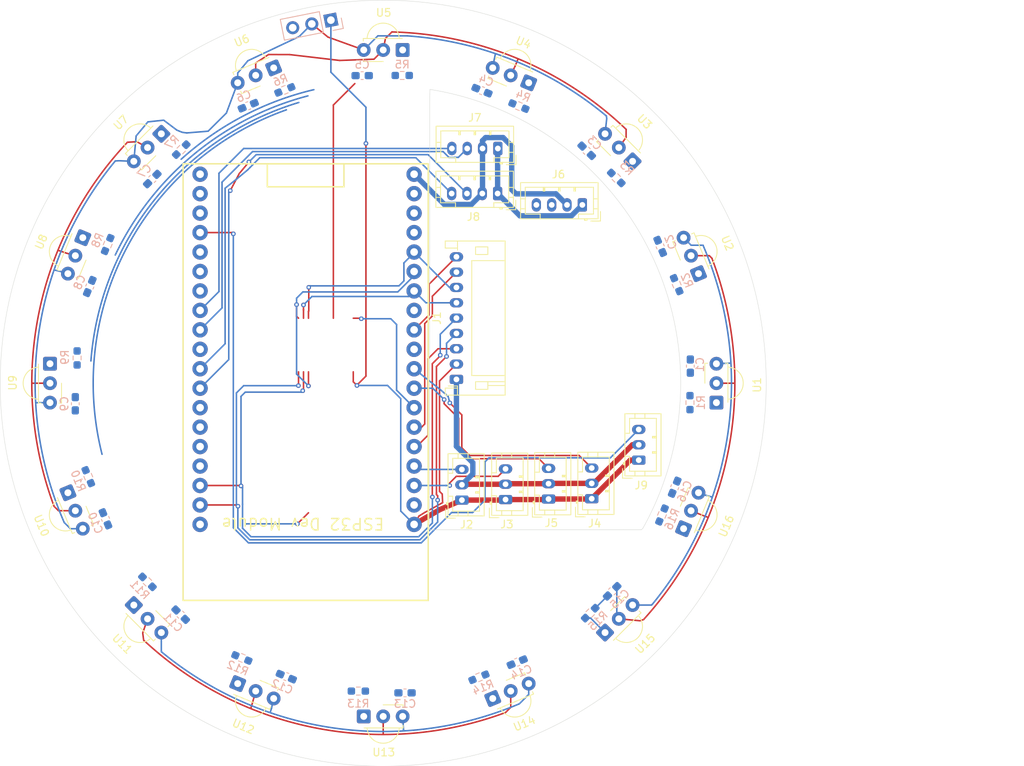
<source format=kicad_pcb>
(kicad_pcb (version 20241229) (generator "pcbnew") (generator_version "9.0")
  (layers (0 "F.Cu" signal) (2 "B.Cu" signal) (13 "F.Paste" user) (15 "B.Paste" user) (5 "F.SilkS" user "F.Silkscreen") (7 "B.SilkS" user "B.Silkscreen") (1 "F.Mask" user) (3 "B.Mask" user) (25 "Edge.Cuts" user))
  (net 0 "")
  (net 1 "GND")
  (net 2 "Net-(U18-I4)")
  (net 3 "Net-(U18-I7)")
  (net 4 "Net-(U18-I6)")
  (net 5 "Net-(U18-I5)")
  (net 6 "Net-(U18-I3)")
  (net 7 "Net-(U18-I2)")
  (net 8 "Net-(U18-I1)")
  (net 9 "Net-(U18-I0)")
  (net 10 "Net-(U18-I8)")
  (net 11 "Net-(U18-I15)")
  (net 12 "Net-(U18-I14)")
  (net 13 "Net-(U18-I13)")
  (net 14 "Net-(U18-I12)")
  (net 15 "Net-(U18-I11)")
  (net 16 "3v3")
  (net 17 "LED_IO")
  (net 18 "MUX_COM1")
  (net 19 "MUX_COM2")
  (net 20 "Net-(U1-OUT)")
  (net 21 "Net-(U2-OUT)")
  (net 22 "Net-(U3-OUT)")
  (net 23 "Net-(U4-OUT)")
  (net 24 "Net-(U5-OUT)")
  (net 25 "Net-(U6-OUT)")
  (net 26 "Net-(U7-OUT)")
  (net 27 "Net-(U8-OUT)")
  (net 28 "Net-(U9-OUT)")
  (net 29 "Net-(U10-OUT)")
  (net 30 "Net-(U11-OUT)")
  (net 31 "Net-(U12-OUT)")
  (net 32 "Net-(U13-OUT)")
  (net 33 "Net-(U14-OUT)")
  (net 34 "Net-(U15-OUT)")
  (net 35 "Net-(U16-OUT)")
  (net 36 "VCC")
  (net 38 "TX")
  (net 39 "RX")
  (net 40 "TX2(16)")
  (net 41 "Net-(U18-I10)")
  (net 42 "S0")
  (net 43 "Net-(U18-I9)")
  (net 44 "S2")
  (net 45 "IR_COM")
  (net 46 "S1")
  (net 47 "S3")
  (net 48 "RX2(17)")
  (net 49 "RX1(19)")
  (net 57 "TX1(18)")
  (net 59 "side_front")
  (net 61 "side_back")
  (net 62 "side_right")
  (net 67 "Net-(SW1A-B)")
  (net 68 "side_left")
  (net 69 "ball_sensor")
  (footprint "ESP32_devModule:TSSP_EDITED" (layer "F.Cu") (at 100 143.5)
    (property "Reference" "U13")
    (property "Value" "TSSP58038" (hide yes))
  )
  (footprint "MountingHole:MountingHole_3.2mm_M3" (layer "F.Cu") (at 137.208265 75.138232)
    (property "Reference" "H1" (hide yes))
    (property "Value" "MountingHole" (hide yes))
  )
  (footprint "ESP32_devModule:TSSP_EDITED" (layer "F.Cu") (at 100 56.5 180)
    (property "Reference" "U5")
    (property "Value" "TSSP58038" (hide yes))
  )
  (footprint "ESP32_devModule:TSSP_EDITED" (layer "F.Cu") (at 140.18876 116.646729 67.5)
    (property "Reference" "U16")
    (property "Value" "TSSP58038" (hide yes))
  )
  (footprint "ESP32_devModule:TSSP_EDITED" (layer "F.Cu") (at 59.81124 116.646729 -67.5)
    (property "Reference" "U10")
    (property "Value" "TSSP58038" (hide yes))
  )
  (footprint "Connector_JST:JST_PH_B4B-PH-K_1x04_P2.00mm_Vertical" (layer "F.Cu") (at 114.938 75.24 180)
    (property "Reference" "J8")
    (property "Value" "Conn_01x04_Socket" (hide yes))
  )
  (footprint "ESP32_devModule:TSSP_EDITED" (layer "F.Cu") (at 83.353271 140.18876 -22.5)
    (property "Reference" "U12")
    (property "Value" "TSSP58038" (hide yes))
  )
  (footprint "ESP32_devModule:TSSP_EDITED" (layer "F.Cu") (at 143.5 100 90)
    (property "Reference" "U1")
    (property "Value" "TSSP58038" (hide yes))
  )
  (footprint "ESP32_devModule:TSSP_EDITED" (layer "F.Cu") (at 83.353271 59.81124 -157.5)
    (property "Reference" "U6")
    (property "Value" "TSSP58038" (hide yes))
  )
  (footprint "Connector_JST:JST_PH_B3B-PH-K_1x03_P2.00mm_Vertical" (layer "F.Cu") (at 133.362 110.042 90)
    (property "Reference" "J9")
    (property "Value" "Conn_01x03_Socket" (hide yes))
  )
  (footprint "Connector_JST:JST_PH_B3B-PH-K_1x03_P2.00mm_Vertical" (layer "F.Cu") (at 110.275 115.259 90)
    (property "Reference" "J3")
    (property "Value" "Conn_01x03_Socket" (hide yes))
  )
  (footprint "MountingHole:MountingHole_3.2mm_M3" (layer "F.Cu") (at 124.861768 137.208265)
    (property "Reference" "H2" (hide yes))
    (property "Value" "MountingHole" (hide yes))
  )
  (footprint "ESP32_devModule:ESP32_devModule" (layer "F.Cu") (at 89.796 95.577001 180)
    (property "Reference" "U17" (hide yes))
    (property "Value" "~" (hide yes))
  )
  (footprint "Connector_JST:JST_PH_S9B-PH-K_1x09_P2.00mm_Horizontal" (layer "F.Cu") (at 109.561 99.503 90)
    (property "Reference" "J1")
    (property "Value" "Conn_01x09_Socket" (hide yes))
  )
  (footprint "Connector_JST:JST_PH_B3B-PH-K_1x03_P2.00mm_Vertical" (layer "F.Cu") (at 115.972 115.192 90)
    (property "Reference" "J2")
    (property "Value" "Conn_01x03_Socket" (hide yes))
  )
  (footprint "Connector_JST:JST_PH_B4B-PH-K_1x04_P2.00mm_Vertical" (layer "F.Cu") (at 125.998 76.725 180)
    (property "Reference" "J6")
    (property "Value" "Conn_01x04_Socket" (hide yes))
  )
  (footprint "ESP32_devModule:TSSP_EDITED" (layer "F.Cu") (at 130.759145 69.240855 135)
    (property "Reference" "U3")
    (property "Value" "TSSP58038" (hide yes))
  )
  (footprint "Connector_JST:JST_PH_B3B-PH-K_1x03_P2.00mm_Vertical" (layer "F.Cu") (at 121.587 115.122 90)
    (property "Reference" "J5")
    (property "Value" "Conn_01x03_Socket" (hide yes))
  )
  (footprint "ESP32_devModule:TSSP_EDITED" (layer "F.Cu") (at 56.5 100 -90)
    (property "Reference" "U9")
    (property "Value" "TSSP58038" (hide yes))
  )
  (footprint "ESP32_devModule:TSSP_EDITED" (layer "F.Cu") (at 69.240855 130.759145 -45)
    (property "Reference" "U11")
    (property "Value" "TSSP58038" (hide yes))
  )
  (footprint "ESP32_devModule:TSSP_EDITED" (layer "F.Cu") (at 116.646729 140.18876 22.5)
    (property "Reference" "U14")
    (property "Value" "TSSP58038" (hide yes))
  )
  (footprint "Connector_JST:JST_PH_B4B-PH-K_1x04_P2.00mm_Vertical" (layer "F.Cu") (at 114.967 69.361 180)
    (property "Reference" "J7")
    (property "Value" "Conn_01x04_Socket" (hide yes))
  )
  (footprint "ESP32_devModule:TSSP_EDITED" (layer "F.Cu") (at 116.646729 59.81124 157.5)
    (property "Reference" "U4")
    (property "Value" "TSSP58038" (hide yes))
  )
  (footprint "MountingHole:MountingHole_3.2mm_M3" (layer "F.Cu") (at 75.138232 62.791735)
    (property "Reference" "H4" (hide yes))
    (property "Value" "MountingHole" (hide yes))
  )
  (footprint "ESP32_devModule:TSSP_EDITED" (layer "F.Cu") (at 69.240855 69.240855 -135)
    (property "Reference" "U7")
    (property "Value" "TSSP58038" (hide yes))
  )
  (footprint "MountingHole:MountingHole_3.2mm_M3" (layer "F.Cu") (at 62.791735 124.861768)
    (property "Reference" "H3" (hide yes))
    (property "Value" "MountingHole" (hide yes))
  )
  (footprint "ESP32_devModule:TSSP_EDITED" (layer "F.Cu") (at 130.759145 130.759145 45)
    (property "Reference" "U15")
    (property "Value" "TSSP58038" (hide yes))
  )
  (footprint "ESP32_devModule:TSSP_EDITED" (layer "F.Cu") (at 59.81124 83.353271 -112.5)
    (property "Reference" "U8")
    (property "Value" "TSSP58038" (hide yes))
  )
  (footprint "Connector_JST:JST_PH_B3B-PH-K_1x03_P2.00mm_Vertical" (layer "F.Cu") (at 127.221 115.078 90)
    (property "Reference" "J4")
    (property "Value" "Conn_01x03_Socket" (hide yes))
  )
  (footprint "ESP32_devModule:TSSP_EDITED" (layer "F.Cu") (at 140.18876 83.353271 112.5)
    (property "Reference" "U2")
    (property "Value" "TSSP58038" (hide yes))
  )
  (footprint "Resistor_SMD:R_0603_1608Metric_Pad0.98x0.95mm_HandSolder" (layer "B.Cu") (at 73.633235 69.506765 -135)
    (property "Reference" "R7")
    (property "Value" "R" (hide yes))
  )
  (footprint "Resistor_SMD:R_0603_1608Metric_Pad0.98x0.95mm_HandSolder" (layer "B.Cu") (at 102.4855 59.828 180)
    (property "Reference" "R5")
    (property "Value" "R" (hide yes))
  )
  (footprint "Capacitor_SMD:C_0603_1608Metric_Pad1.08x0.95mm_HandSolder" (layer "B.Cu") (at 136.162064 82.141846 112.5)
    (property "Reference" "C2")
    (property "Value" "C" (hide yes))
  )
  (footprint "Capacitor_SMD:C_0603_1608Metric_Pad1.08x0.95mm_HandSolder" (layer "B.Cu") (at 87.349 138.306 -22.5)
    (property "Reference" "C12")
    (property "Value" "C" (hide yes))
  )
  (footprint "Capacitor_SMD:C_0603_1608Metric_Pad1.08x0.95mm_HandSolder" (layer "B.Cu") (at 112.895154 61.811936 157.5)
    (property "Reference" "C4")
    (property "Value" "C" (hide yes))
  )
  (footprint "Capacitor_SMD:C_0603_1608Metric_Pad1.08x0.95mm_HandSolder" (layer "B.Cu") (at 126.57012 69.65712 135)
    (property "Reference" "C3")
    (property "Value" "C" (hide yes))
  )
  (footprint "Capacitor_SMD:C_0603_1608Metric_Pad1.08x0.95mm_HandSolder" (layer "B.Cu") (at 73.56012 130.21612 -45)
    (property "Reference" "C11")
    (property "Value" "C" (hide yes))
  )
  (footprint "Capacitor_SMD:C_0603_1608Metric_Pad1.08x0.95mm_HandSolder" (layer "B.Cu") (at 97.2565 59.846 180)
    (property "Reference" "C5")
    (property "Value" "C" (hide yes))
  )
  (footprint "Resistor_SMD:R_0603_1608Metric_Pad0.98x0.95mm_HandSolder" (layer "B.Cu") (at 138.313801 87.13296 112.5)
    (property "Reference" "R2")
    (property "Value" "R" (hide yes))
  )
  (footprint "Resistor_SMD:R_0603_1608Metric_Pad0.98x0.95mm_HandSolder" (layer "B.Cu") (at 69.220765 125.934765 -45)
    (property "Reference" "R11")
    (property "Value" "R" (hide yes))
  )
  (footprint "Resistor_SMD:R_0603_1608Metric_Pad0.98x0.95mm_HandSolder" (layer "B.Cu") (at 81.54796 135.867801 -22.5)
    (property "Reference" "R12")
    (property "Value" "R" (hide yes))
  )
  (footprint "Resistor_SMD:R_0603_1608Metric_Pad0.98x0.95mm_HandSolder" (layer "B.Cu") (at 60.042 96.7045 -90)
    (property "Reference" "R9")
    (property "Value" "R" (hide yes))
  )
  (footprint "Capacitor_SMD:C_0603_1608Metric_Pad1.08x0.95mm_HandSolder" (layer "B.Cu") (at 63.742936 117.704154 -67.5)
    (property "Reference" "C10")
    (property "Value" "C" (hide yes))
  )
  (footprint "Capacitor_SMD:C_0603_1608Metric_Pad1.08x0.95mm_HandSolder" (layer "B.Cu") (at 102.8495 140.424)
    (property "Reference" "C13")
    (property "Value" "C" (hide yes))
  )
  (footprint "Capacitor_SMD:C_0603_1608Metric_Pad1.08x0.95mm_HandSolder" (layer "B.Cu") (at 69.85412 73.34488 -135)
    (property "Reference" "C7")
    (property "Value" "C" (hide yes))
  )
  (footprint "Connector_PinHeader_2.54mm:PinHeader_1x03_P2.54mm_Vertical" (layer "B.Cu") (at 93.171 52.602 101.25)
    (property "Reference" "SW1" (hide yes))
    (property "Value" "SW_DPST_x2" (hide yes))
  )
  (footprint "Resistor_SMD:R_0603_1608Metric_Pad0.98x0.95mm_HandSolder" (layer "B.Cu") (at 127.025765 130.018235 45)
    (property "Reference" "R15")
    (property "Value" "R" (hide yes))
  )
  (footprint "Capacitor_SMD:C_0603_1608Metric_Pad1.08x0.95mm_HandSolder" (layer "B.Cu") (at 82.381154 63.773064 -157.5)
    (property "Reference" "C6")
    (property "Value" "C" (hide yes))
  )
  (footprint "Resistor_SMD:R_0603_1608Metric_Pad0.98x0.95mm_HandSolder" (layer "B.Cu") (at 136.394 117.204 67.5)
    (property "Reference" "R16")
    (property "Value" "R" (hide yes))
  )
  (footprint "Resistor_SMD:R_0603_1608Metric_Pad0.98x0.95mm_HandSolder" (layer "B.Cu") (at 87.161 61.708 -157.5)
    (property "Reference" "R6")
    (property "Value" "R" (hide yes))
  )
  (footprint "Capacitor_SMD:C_0603_1608Metric_Pad1.08x0.95mm_HandSolder" (layer "B.Cu") (at 140.096 97.7695 90)
    (property "Reference" "C1")
    (property "Value" "C" (hide yes))
  )
  (footprint "Resistor_SMD:R_0603_1608Metric_Pad0.98x0.95mm_HandSolder" (layer "B.Cu") (at 117.71796 63.825801 157.5)
    (property "Reference" "R4")
    (property "Value" "R" (hide yes))
  )
  (footprint "Capacitor_SMD:C_0603_1608Metric_Pad1.08x0.95mm_HandSolder" (layer "B.Cu") (at 61.695936 87.376846 -112.5)
    (property "Reference" "C8")
    (property "Value" "C" (hide yes))
  )
  (footprint "Capacitor_SMD:C_0603_1608Metric_Pad1.08x0.95mm_HandSolder" (layer "B.Cu") (at 59.805 102.6845 -90)
    (property "Reference" "C9")
    (property "Value" "C" (hide yes))
  )
  (footprint "Resistor_SMD:R_0603_1608Metric_Pad0.98x0.95mm_HandSolder" (layer "B.Cu") (at 64.034 81.897 -112.5)
    (property "Reference" "R8")
    (property "Value" "R" (hide yes))
  )
  (footprint "Resistor_SMD:R_0603_1608Metric_Pad0.98x0.95mm_HandSolder" (layer "B.Cu") (at 140.048 102.535 90)
    (property "Reference" "R1")
    (property "Value" "R" (hide yes))
  )
  (footprint "Resistor_SMD:R_0603_1608Metric_Pad0.98x0.95mm_HandSolder" (layer "B.Cu") (at 130.427765 73.205765 135)
    (property "Reference" "R3")
    (property "Value" "R" (hide yes))
  )
  (footprint "Resistor_SMD:R_0603_1608Metric_Pad0.98x0.95mm_HandSolder" (layer "B.Cu") (at 96.7575 140.196)
    (property "Reference" "R13")
    (property "Value" "R" (hide yes))
  )
  (footprint "Resistor_SMD:R_0603_1608Metric_Pad0.98x0.95mm_HandSolder" (layer "B.Cu") (at 61.501199 112.20104 -67.5)
    (property "Reference" "R10")
    (property "Value" "R" (hide yes))
  )
  (footprint "Resistor_SMD:R_0603_1608Metric_Pad0.98x0.95mm_HandSolder" (layer "B.Cu") (at 112.50104 138.387801 22.5)
    (property "Reference" "R14")
    (property "Value" "R" (hide yes))
  )
  (footprint "Capacitor_SMD:C_0603_1608Metric_Pad1.08x0.95mm_HandSolder" (layer "B.Cu") (at 117.494154 136.414064 22.5)
    (property "Reference" "C14")
    (property "Value" "C" (hide yes))
  )
  (footprint "Capacitor_SMD:C_0603_1608Metric_Pad1.08x0.95mm_HandSolder" (layer "B.Cu") (at 138.055936 113.577846 67.5)
    (property "Reference" "C16")
    (property "Value" "C" (hide yes))
  )
  (footprint "Capacitor_SMD:C_0603_1608Metric_Pad1.08x0.95mm_HandSolder" (layer "B.Cu") (at 129.88888 127.16612 45)
    (property "Reference" "C15")
    (property "Value" "C" (hide yes))
  )
  (gr_arc (start 57.037449 116.076619) (mid 55.031243 90.941891) (end 66.612 68.544) (stroke (width 0.2)) (layer "F.Cu") (net 1))
  (gr_arc (start 142.915231 83.692252) (mid 145.108788 108.535628) (end 133.99 130.86) (stroke (width 0.2)) (layer "F.Cu") (net 1))
  (gr_arc (start 101.138007 54.145023) (mid 117.612916 57.647206) (end 131.713 66.86) (stroke (width 0.2)) (layer "F.Cu") (net 1))
  (gr_arc (start 115.976479 142.988705) (mid 91.012951 144.97232) (end 68.729 133.547) (stroke (width 0.2)) (layer "F.Cu") (net 1))
  (gr_arc (start 61.844 97.096) (mid 70.181955 76.016719) (end 88.983673 63.353662) (stroke (width 0.2)) (layer "B.Cu") (net 9))
  (gr_arc (start 103.152 54.659) (mid 116.970834 57.836839) (end 129.137895 65.118422) (stroke (width 0.2)) (layer "B.Cu") (net 67))
  (gr_arc (start 141.752 81.99) (mid 145.026485 106.340758) (end 135.154423 128.840182) (stroke (width 0.2)) (layer "B.Cu") (net 67))
  (gr_arc (start 117.756455 141.862723) (mid 93.458883 144.999923) (end 71.06 135.075) (stroke (width 0.2)) (layer "B.Cu") (net 67))
  (gr_arc (start 65.023 83.265) (mid 75.307158 70.104945) (end 90.172838 62.491632) (stroke (width 0.2)) (layer "B.Cu") (net 8))
  (gr_arc (start 58.358 118.185) (mid 55.00778 93.639928) (end 65.030134 70.985195) (stroke (width 0.2)) (layer "B.Cu") (net 67))
  (gr_arc (start 73.627 70.764) (mid 81.713232 65.13063) (end 90.945096 61.68176) (stroke (width 0.2)) (layer "B.Cu") (net 7))
  (gr_arc (start 63.296 109.278) (mid 66.622362 82.133883) (end 87.364946 64.312183) (stroke (width 0.2)) (layer "B.Cu") (net 11))
  (gr_circle (center 100 100) (end 150 100) (stroke (width 0.05)) (fill no) (layer "Edge.Cuts"))
  (gr_arc (start 138.704 103.185003) (mid 137.15202 111.308019) (end 133.915252 118.918234) (stroke (width 0.05)) (layer "Edge.Cuts"))
  (gr_line (start 131.334 119.135) (end 133.709 119.135) (stroke (width 0.05)) (layer "Edge.Cuts"))
  (gr_line (start 106.039 119.135) (end 131.334 119.135) (stroke (width 0.05)) (layer "Edge.Cuts"))
  (gr_line (start 106.086 62.559) (end 106.039 119.135) (stroke (width 0.05)) (layer "Edge.Cuts"))
  (gr_line (start 106.086 62.559) (end 106.10533 61.648094) (stroke (width 0.05)) (layer "Edge.Cuts"))
  (gr_line (start 133.709 119.135) (end 133.91525 118.918234) (stroke (width 0.05)) (layer "Edge.Cuts"))
  (gr_arc (start 106.10533 61.648093) (mid 130.549922 76.024052) (end 138.704 103.185003) (stroke (width 0.05)) (layer "Edge.Cuts"))
  (segment (start 100.293 54.993) (end 101.138007 54.145023) (width 0.2) (layer "F.Cu") (net 1))
  (segment (start 143.5 100) (end 145.791 100) (width 0.2) (layer "F.Cu") (net 1))
  (segment (start 98.799 57.701) (end 94.319 57.868) (width 0.2) (layer "F.Cu") (net 1))
  (segment (start 100 56.5) (end 98.799 57.701) (width 0.2) (layer "F.Cu") (net 1))
  (segment (start 121.587 113.122) (end 116.041999 113.122) (width 0.7) (layer "F.Cu") (net 1))
  (segment (start 100 56.5) (end 100.293 54.993) (width 0.2) (layer "F.Cu") (net 1))
  (segment (start 57.607559 116.646729) (end 57.037449 116.076619) (width 0.2) (layer "F.Cu") (net 1))
  (segment (start 116.646729 142.318455) (end 115.976479 142.988705) (width 0.2) (layer "F.Cu") (net 1))
  (segment (start 90.246 100.357) (end 90.245 100.358) (width 0.2) (layer "F.Cu") (net 1))
  (segment (start 69.240855 69.240855) (end 67.835 68.476) (width 0.2) (layer "F.Cu") (net 1))
  (segment (start 90.246 98.518) (end 90.246 100.357) (width 0.2) (layer "F.Cu") (net 1))
  (segment (start 130.759145 130.759145) (end 133.528 131.013) (width 0.2) (layer "F.Cu") (net 1))
  (segment (start 90.246 116.915) (end 88.799 118.362) (width 0.2) (layer "F.Cu") (net 1))
  (segment (start 130.759145 69.240855) (end 131.708 67.912) (width 0.2) (layer "F.Cu") (net 1))
  (segment (start 133.362 108.041999) (end 132.532001 108.041999) (width 0.7) (layer "F.Cu") (net 1))
  (segment (start 87.785 57.101) (end 85.034 57.093) (width 0.2) (layer "F.Cu") (net 1))
  (segment (start 85.034 57.093) (end 83.353271 58.212729) (width 0.2) (layer "F.Cu") (net 1))
  (segment (start 58.656 83.024) (end 57.639 82.681) (width 0.2) (layer "F.Cu") (net 1))
  (segment (start 127.496 113.078) (end 127.221 113.078) (width 0.7) (layer "F.Cu") (net 1))
  (segment (start 117.251 58.544) (end 117.612916 57.647206) (width 0.2) (layer "F.Cu") (net 1))
  (segment (start 141.508 117.177) (end 142.335 117.489) (width 0.2) (layer "F.Cu") (net 1))
  (segment (start 110.342 113.191999) (end 110.275 113.258999) (width 0.7) (layer "F.Cu") (net 1))
  (segment (start 83.353271 58.212729) (end 83.353271 59.81124) (width 0.2) (layer "F.Cu") (net 1))
  (segment (start 82.936 141.725) (end 82.734 142.377) (width 0.2) (layer "F.Cu") (net 1))
  (segment (start 68.607 132.611) (end 68.729 133.547) (width 0.2) (layer "F.Cu") (net 1))
  (segment (start 56.5 100) (end 54.245 100) (width 0.2) (layer "F.Cu") (net 1))
  (segment (start 116.041999 113.122) (end 115.972 113.191999) (width 0.7) (layer "F.Cu") (net 1))
  (segment (start 115.972 113.191999) (end 110.342 113.191999) (width 0.7) (layer "F.Cu") (net 1))
  (segment (start 133.528 131.013) (end 133.99 130.86) (width 0.2) (layer "F.Cu") (net 1))
  (segment (start 121.631 113.078) (end 121.587 113.122) (width 0.7) (layer "F.Cu") (net 1))
  (segment (start 140.18876 116.646729) (end 141.508 117.177) (width 0.2) (layer "F.Cu") (net 1))
  (segment (start 83.353271 140.18876) (end 82.936 141.725) (width 0.2) (layer "F.Cu") (net 1))
  (segment (start 140.18876 83.353271) (end 142.57625 83.353271) (width 0.2) (layer "F.Cu") (net 1))
  (segment (start 88.692 89.741) (end 88.692 91.264) (width 0.2) (layer "F.Cu") (net 1))
  (segment (start 94.319 57.868) (end 87.785 57.101) (width 0.2) (layer "F.Cu") (net 1))
  (segment (start 116.646729 59.81124) (end 117.251 58.544) (width 0.2) (layer "F.Cu") (net 1))
  (segment (start 127.221 113.078) (end 121.631 113.078) (width 0.7) (layer "F.Cu") (net 1))
  (segment (start 100 145.743) (end 99.996 145.747) (width 0.2) (layer "F.Cu") (net 1))
  (segment (start 100 143.5) (end 100 145.743) (width 0.2) (layer "F.Cu") (net 1))
  (segment (start 59.81124 116.646729) (end 57.607559 116.646729) (width 0.2) (layer "F.Cu") (net 1))
  (segment (start 132.532001 108.041999) (end 127.496 113.078) (width 0.7) (layer "F.Cu") (net 1))
  (segment (start 54.245 100) (end 54.244 99.999) (width 0.2) (layer "F.Cu") (net 1))
  (segment (start 110.455999 113.078) (end 110.275 113.258999) (width 0.2) (layer "F.Cu") (net 1))
  (segment (start 69.240855 130.759145) (end 68.607 132.611) (width 0.2) (layer "F.Cu") (net 1))
  (segment (start 116.646729 140.18876) (end 116.646729 142.318455) (width 0.2) (layer "F.Cu") (net 1))
  (segment (start 88.692 91.264) (end 88.946 91.518) (width 0.2) (layer "F.Cu") (net 1))
  (segment (start 145.791 100) (end 145.808 100.017) (width 0.2) (layer "F.Cu") (net 1))
  (segment (start 67.835 68.476) (end 66.612 68.544) (width 0.2) (layer "F.Cu") (net 1))
  (segment (start 142.57625 83.353271) (end 142.915231 83.692252) (width 0.2) (layer "F.Cu") (net 1))
  (segment (start 131.708 67.912) (end 131.713 66.86) (width 0.2) (layer "F.Cu") (net 1))
  (segment (start 59.81124 83.353271) (end 58.656 83.024) (width 0.2) (layer "F.Cu") (net 1))
  (via (at 90.245 100.358) (size 0.6) (drill 0.3) (layers "F.Cu" "B.Cu") (net 1))
  (via (at 88.692 89.741) (size 0.6) (drill 0.3) (layers "F.Cu" "B.Cu") (net 1))
  (via (at 88.799 118.362) (size 0.6) (drill 0.3) (layers "F.Cu" "B.Cu") (net 1))
  (segment (start 88.692 89.686) (end 88.693 89.685) (width 0.2) (layer "B.Cu") (net 1))
  (segment (start 117.848999 78.150999) (end 114.938 75.24) (width 0.7) (layer "B.Cu") (net 1))
  (segment (start 109.561 108.24) (end 111.701 110.38) (width 0.7) (layer "B.Cu") (net 1))
  (segment (start 88.692 98.805) (end 88.692 89.741) (width 0.2) (layer "B.Cu") (net 1))
  (segment (start 89.515 88.084) (end 101.906 88.084) (width 0.2) (layer "B.Cu") (net 1))
  (segment (start 114.938 75.24) (end 114.938 69.39) (width 0.7) (layer "B.Cu") (net 1))
  (segment (start 130.49876 130.49876) (end 130.759145 130.759145) (width 0.2) (layer "B.Cu") (net 1))
  (segment (start 111.701 111.832999) (end 110.275 113.258999) (width 0.7) (layer "B.Cu") (net 1))
  (segment (start 125.998 76.725) (end 124.572001 78.150999) (width 0.7) (layer "B.Cu") (net 1))
  (segment (start 124.572001 78.150999) (end 117.848999 78.150999) (width 0.7) (layer "B.Cu") (net 1))
  (segment (start 104.036 85.954) (end 104.036 85.417002) (width 0.2) (layer "B.Cu") (net 1))
  (segment (start 88.799 118.362) (end 82.039 118.362) (width 0.2) (layer "B.Cu") (net 1))
  (segment (start 101.906 88.084) (end 104.036 85.954) (width 0.2) (layer "B.Cu") (net 1))
  (segment (start 88.692 89.741) (end 88.692 89.686) (width 0.2) (layer "B.Cu") (net 1))
  (segment (start 111.701 110.38) (end 111.701 111.832999) (width 0.7) (layer "B.Cu") (net 1))
  (segment (start 82.039 118.362) (end 82.039 118.437001) (width 0.2) (layer "B.Cu") (net 1))
  (segment (start 90.245 100.358) (end 88.692 98.805) (width 0.2) (layer "B.Cu") (net 1))
  (segment (start 100.2545 56.7545) (end 100 56.5) (width 0.2) (layer "B.Cu") (net 1))
  (segment (start 130.49876 126.55624) (end 130.49876 130.49876) (width 0.2) (layer "B.Cu") (net 1))
  (segment (start 109.561 99.503) (end 109.561 108.24) (width 0.7) (layer "B.Cu") (net 1))
  (segment (start 114.938 69.39) (end 114.967 69.361) (width 0.7) (layer "B.Cu") (net 1))
  (segment (start 88.693 89.685) (end 88.693 88.906) (width 0.2) (layer "B.Cu") (net 1))
  (segment (start 88.693 88.906) (end 89.515 88.084) (width 0.2) (layer "B.Cu") (net 1))
  (segment (start 95.109 62.074) (end 96.296 60.887) (width 0.2) (layer "F.Cu") (net 2))
  (segment (start 93.496 91.518) (end 93.496 63.687) (width 0.2) (layer "F.Cu") (net 2))
  (segment (start 93.496 63.687) (end 95.109 62.074) (width 0.2) (layer "F.Cu") (net 2))
  (segment (start 96.096 99.818) (end 96.575 100.297) (width 0.2) (layer "F.Cu") (net 16))
  (segment (start 105.471 116.849) (end 104.669 117.348) (width 0.2) (layer "F.Cu") (net 16))
  (segment (start 96.575 100.249) (end 97.318 99.506) (width 0.2) (layer "F.Cu") (net 16))
  (segment (start 97.318 99.506) (end 97.747 99.077) (width 0.2) (layer "F.Cu") (net 16))
  (segment (start 96.096 98.518) (end 96.096 99.818) (width 0.2) (layer "F.Cu") (net 16))
  (segment (start 133.362 110.042) (end 132.257 110.042) (width 0.7) (layer "F.Cu") (net 16))
  (segment (start 115.905 115.259) (end 115.972 115.192) (width 0.7) (layer "F.Cu") (net 16))
  (segment (start 110.275 115.259) (end 107.396 116.501) (width 0.7) (layer "F.Cu") (net 16))
  (segment (start 107.711 114.48) (end 107.757 115.593) (width 0.2) (layer "F.Cu") (net 16))
  (segment (start 107.354 114.123) (end 107.711 114.48) (width 0.2) (layer "F.Cu") (net 16))
  (segment (start 121.587 115.122) (end 127.177 115.122) (width 0.7) (layer "F.Cu") (net 16))
  (segment (start 127.04 115.259) (end 127.221 115.078) (width 0.2) (layer "F.Cu") (net 16))
  (segment (start 110.275 115.259) (end 115.905 115.259) (width 0.7) (layer "F.Cu") (net 16))
  (segment (start 106.463 116.321) (end 105.471 116.849) (width 0.2) (layer "F.Cu") (net 16))
  (segment (start 97.747 99.077) (end 97.747 68.7) (width 0.2) (layer "F.Cu") (net 16))
  (segment (start 115.972 115.192) (end 121.517 115.192) (width 0.7) (layer "F.Cu") (net 16))
  (segment (start 121.517 115.192) (end 121.587 115.122) (width 0.7) (layer "F.Cu") (net 16))
  (segment (start 107.396 116.501) (end 104.036 118.437001) (width 0.7) (layer "F.Cu") (net 16))
  (segment (start 107.354 99.709999) (end 107.354 114.123) (width 0.2) (layer "F.Cu") (net 16))
  (segment (start 127.177 115.122) (end 127.221 115.078) (width 0.7) (layer "F.Cu") (net 16))
  (segment (start 104.669 117.348) (end 104.036 118.437001) (width 0.2) (layer "F.Cu") (net 16))
  (segment (start 132.257 110.042) (end 127.221 115.078) (width 0.7) (layer "F.Cu") (net 16))
  (segment (start 109.561 97.502999) (end 107.354 99.709999) (width 0.2) (layer "F.Cu") (net 16))
  (segment (start 96.575 100.297) (end 96.575 100.249) (width 0.2) (layer "F.Cu") (net 16))
  (segment (start 107.757 115.593) (end 106.463 116.321) (width 0.2) (layer "F.Cu") (net 16))
  (via (at 96.575 100.297) (size 0.6) (drill 0.3) (layers "F.Cu" "B.Cu") (net 16))
  (via (at 97.747 68.7) (size 0.6) (drill 0.3) (layers "F.Cu" "B.Cu") (net 16))
  (segment (start 97.747 63.976) (end 93.171 59.4) (width 0.2) (layer "B.Cu") (net 16))
  (segment (start 97.747 68.7) (end 97.747 63.976) (width 0.2) (layer "B.Cu") (net 16))
  (segment (start 96.575 100.297) (end 100.568898 100.297) (width 0.2) (layer "B.Cu") (net 16))
  (segment (start 102.289 102.017102) (end 102.289 116.690001) (width 0.2) (layer "B.Cu") (net 16))
  (segment (start 102.289 116.690001) (end 104.036 118.437001) (width 0.2) (layer "B.Cu") (net 16))
  (segment (start 100.568898 100.297) (end 102.289 102.017102) (width 0.2) (layer "B.Cu") (net 16))
  (segment (start 93.171 59.4) (end 93.171 52.602) (width 0.2) (layer "B.Cu") (net 16))
  (segment (start 106.018 91.055001) (end 104.036 93.037001) (width 0.2) (layer "F.Cu") (net 17))
  (segment (start 106.018 87.046001) (end 106.018 91.055001) (width 0.2) (layer "F.Cu") (net 17))
  (segment (start 109.561 83.503001) (end 106.018 87.046001) (width 0.2) (layer "F.Cu") (net 17))
  (segment (start 106.419 91.221101) (end 105.423 92.217101) (width 0.2) (layer "F.Cu") (net 18))
  (segment (start 105.423 105.324) (end 105.01 105.737) (width 0.2) (layer "F.Cu") (net 18))
  (segment (start 106.419 88.645) (end 106.419 91.221101) (width 0.2) (layer "F.Cu") (net 18))
  (segment (start 105.423 92.217101) (end 105.423 105.324) (width 0.2) (layer "F.Cu") (net 18))
  (segment (start 109.561 85.503) (end 106.419 88.645) (width 0.2) (layer "F.Cu") (net 18))
  (segment (start 105.01 105.737) (end 104.036 105.737) (width 0.2) (layer "F.Cu") (net 18))
  (segment (start 104.365998 108.277002) (end 104.036 108.277002) (width 0.2) (layer "F.Cu") (net 19))
  (segment (start 105.846 106.797) (end 104.365998 108.277002) (width 0.2) (layer "F.Cu") (net 19))
  (segment (start 109.561 95.503) (end 107.16 95.503) (width 0.2) (layer "F.Cu") (net 19))
  (segment (start 105.846 96.817) (end 105.846 106.797) (width 0.2) (layer "F.Cu") (net 19))
  (segment (start 107.16 95.503) (end 105.846 96.817) (width 0.2) (layer "F.Cu") (net 19))
  (segment (start 127.071368 130.66347) (end 128.963094 132.555196) (width 0.2) (layer "B.Cu") (net 34))
  (segment (start 126.38053 130.66347) (end 127.071368 130.66347) (width 0.2) (layer "B.Cu") (net 34))
  (segment (start 123.997999 76.724999) (end 122.554 75.281) (width 0.7) (layer "B.Cu") (net 36))
  (segment (start 115.655712 67.935) (end 113.367999 67.935) (width 0.7) (layer "B.Cu") (net 36))
  (segment (start 111.511999 76.666) (end 107.985 76.666) (width 0.7) (layer "B.Cu") (net 36))
  (segment (start 116.778 69.057288) (end 115.655712 67.935) (width 0.7) (layer "B.Cu") (net 36))
  (segment (start 116.778 74.735) (end 116.778 69.057288) (width 0.7) (layer "B.Cu") (net 36))
  (segment (start 112.937999 75.24) (end 111.511999 76.666) (width 0.7) (layer "B.Cu") (net 36))
  (segment (start 112.966999 75.211) (end 112.937999 75.24) (width 0.7) (layer "B.Cu") (net 36))
  (segment (start 112.966999 69.361) (end 112.966999 75.211) (width 0.7) (layer "B.Cu") (net 36))
  (segment (start 117.324 75.281) (end 116.778 74.735) (width 0.7) (layer "B.Cu") (net 36))
  (segment (start 122.554 75.281) (end 117.324 75.281) (width 0.7) (layer "B.Cu") (net 36))
  (segment (start 112.966999 68.336) (end 112.966999 69.361) (width 0.7) (layer "B.Cu") (net 36))
  (segment (start 113.367999 67.935) (end 112.966999 68.336) (width 0.7) (layer "B.Cu") (net 36))
  (segment (start 107.985 76.666) (end 104.036001 72.717001) (width 0.7) (layer "B.Cu") (net 36))
  (segment (start 78.56 72.592) (end 78.56 88.033002) (width 0.2) (layer "B.Cu") (net 40))
  (segment (start 108.967 69.361) (end 81.791 69.361) (width 0.2) (layer "B.Cu") (net 40))
  (segment (start 81.791 69.361) (end 78.56 72.592) (width 0.2) (layer "B.Cu") (net 40))
  (segment (start 78.56 88.033002) (end 76.096001 90.497001) (width 0.2) (layer "B.Cu") (net 40))
  (segment (start 127.682 129.373) (end 127.671 129.373) (width 0.2) (layer "B.Cu") (net 41))
  (segment (start 129.279 127.776) (end 127.682 129.373) (width 0.2) (layer "B.Cu") (net 41))
  (segment (start 90.246 90.618943) (end 90.246 91.518) (width 0.2) (layer "F.Cu") (net 42))
  (segment (start 90.284 90.580943) (end 90.246 90.618943) (width 0.2) (layer "F.Cu") (net 42))
  (segment (start 90.284 87.484) (end 90.284 90.580943) (width 0.2) (layer "F.Cu") (net 42))
  (via (at 90.284 87.484) (size 0.6) (drill 0.3) (layers "F.Cu" "B.Cu") (net 42))
  (segment (start 102.704 86.646) (end 102.704 84.3) (width 0.2) (layer "B.Cu") (net 42))
  (segment (start 90.476 87.292) (end 102.058 87.292) (width 0.2) (layer "B.Cu") (net 42))
  (segment (start 104.036 82.968) (end 104.036 82.877) (width 0.2) (layer "B.Cu") (net 42))
  (segment (start 102.058 87.292) (end 102.704 86.646) (width 0.2) (layer "B.Cu") (net 42))
  (segment (start 102.704 84.3) (end 104.036 82.968) (width 0.2) (layer "B.Cu") (net 42))
  (segment (start 108.662001 87.503001) (end 104.036 82.877) (width 0.2) (layer "B.Cu") (net 42))
  (segment (start 109.561 87.503001) (end 108.662001 87.503001) (width 0.2) (layer "B.Cu") (net 42))
  (segment (start 90.284 87.484) (end 90.476 87.292) (width 0.2) (layer "B.Cu") (net 42))
  (segment (start 109.561 87.512001) (end 109.561 87.503001) (width 0.2) (layer "B.Cu") (net 42))
  (segment (start 89.596 100.886) (end 89.498 100.984) (width 0.2) (layer "F.Cu") (net 44))
  (segment (start 89.596 98.518) (end 89.596 100.886) (width 0.2) (layer "F.Cu") (net 44))
  (segment (start 81.384001 113.357001) (end 76.096001 113.357001) (width 0.2) (layer "F.Cu") (net 44))
  (segment (start 106.413 113.782) (end 106.413 114.847) (width 0.2) (layer "F.Cu") (net 44))
  (segment (start 106.702 97.17) (end 106.413 97.459) (width 0.2) (layer "F.Cu") (net 44))
  (segment (start 81.438 113.411) (end 81.384001 113.357001) (width 0.2) (layer "F.Cu") (net 44))
  (segment (start 106.413 114.847) (end 106.423 114.857) (width 0.2) (layer "F.Cu") (net 44))
  (segment (start 107.45 96.422) (end 106.702 97.17) (width 0.2) (layer "F.Cu") (net 44))
  (segment (start 106.413 97.459) (end 106.413 113.782) (width 0.2) (layer "F.Cu") (net 44))
  (segment (start 107.45 96.342) (end 107.45 96.422) (width 0.2) (layer "F.Cu") (net 44))
  (via (at 89.498 100.984) (size 0.6) (drill 0.3) (layers "F.Cu" "B.Cu") (net 44))
  (via (at 81.438 113.411) (size 0.6) (drill 0.3) (layers "F.Cu" "B.Cu") (net 44))
  (via (at 107.45 96.342) (size 0.6) (drill 0.3) (layers "F.Cu" "B.Cu") (net 44))
  (via (at 106.423 114.857) (size 0.6) (drill 0.3) (layers "F.Cu" "B.Cu") (net 44))
  (segment (start 104.625 120.043) (end 106.423 118.245) (width 0.2) (layer "B.Cu") (net 44))
  (segment (start 81.638 113.611) (end 81.438 113.411) (width 0.2) (layer "B.Cu") (net 44))
  (segment (start 106.423 118.245) (end 106.423 114.857) (width 0.2) (layer "B.Cu") (net 44))
  (segment (start 81.996 101.165) (end 81.438 101.723) (width 0.2) (layer "B.Cu") (net 44))
  (segment (start 82.7452 120.043) (end 104.625 120.043) (width 0.2) (layer "B.Cu") (net 44))
  (segment (start 89.498 100.984) (end 89.317 101.165) (width 0.2) (layer "B.Cu") (net 44))
  (segment (start 81.638 115.808057) (end 81.638 118.9358) (width 0.2) (layer "B.Cu") (net 44))
  (segment (start 107.45 93.614) (end 107.45 96.342) (width 0.2) (layer "B.Cu") (net 44))
  (segment (start 109.561 91.503) (end 107.45 93.614) (width 0.2) (layer "B.Cu") (net 44))
  (segment (start 89.317 101.165) (end 81.996 101.165) (width 0.2) (layer "B.Cu") (net 44))
  (segment (start 81.638 115.808057) (end 81.638 113.611) (width 0.2) (layer "B.Cu") (net 44))
  (segment (start 81.438 101.723) (end 81.438 113.411) (width 0.2) (layer "B.Cu") (net 44))
  (segment (start 81.638 118.9358) (end 82.7452 120.043) (width 0.2) (layer "B.Cu") (net 44))
  (segment (start 97.075 91.518) (end 97.143 91.586) (width 0.2) (layer "F.Cu") (net 45))
  (segment (start 96.096 91.518) (end 97.075 91.518) (width 0.2) (layer "F.Cu") (net 45))
  (via (at 97.143 91.586) (size 0.6) (drill 0.3) (layers "F.Cu" "B.Cu") (net 45))
  (segment (start 101.748 100.909002) (end 104.035999 103.197001) (width 0.2) (layer "B.Cu") (net 45))
  (segment (start 100.992 91.586) (end 101.748 92.342) (width 0.2) (layer "B.Cu") (net 45))
  (segment (start 97.143 91.586) (end 100.992 91.586) (width 0.2) (layer "B.Cu") (net 45))
  (segment (start 101.748 92.342) (end 101.748 100.909002) (width 0.2) (layer "B.Cu") (net 45))
  (segment (start 89.594 89.785) (end 89.594 90.417) (width 0.2) (layer "F.Cu") (net 46))
  (segment (start 89.594 90.417) (end 89.596 90.419) (width 0.2) (layer "F.Cu") (net 46))
  (segment (start 89.596 90.419) (end 89.596 91.518) (width 0.2) (layer "F.Cu") (net 46))
  (via (at 89.594 89.785) (size 0.6) (drill 0.3) (layers "F.Cu" "B.Cu") (net 46))
  (segment (start 90.695 88.684) (end 103.309001 88.684) (width 0.2) (layer "B.Cu") (net 46))
  (segment (start 103.309001 88.684) (end 104.036 87.957001) (width 0.2) (layer "B.Cu") (net 46))
  (segment (start 109.561 89.503) (end 105.581999 89.503) (width 0.2) (layer "B.Cu") (net 46))
  (segment (start 105.581999 89.503) (end 104.036 87.957001) (width 0.2) (layer "B.Cu") (net 46))
  (segment (start 89.594 89.785) (end 90.695 88.684) (width 0.2) (layer "B.Cu") (net 46))
  (segment (start 108.271 96.509) (end 106.953 97.827) (width 0.2) (layer "F.Cu") (net 47))
  (segment (start 106.953 97.827) (end 106.953 114.35) (width 0.2) (layer "F.Cu") (net 47))
  (segment (start 88.946 98.518) (end 88.946 100.306) (width 0.2) (layer "F.Cu") (net 47))
  (segment (start 88.946 100.306) (end 88.931 100.321) (width 0.2) (layer "F.Cu") (net 47))
  (segment (start 106.953 114.35) (end 106.953 114.537057) (width 0.2) (layer "F.Cu") (net 47))
  (segment (start 81.037 116.057) (end 80.877001 115.897001) (width 0.2) (layer "F.Cu") (net 47))
  (segment (start 106.953 114.537057) (end 107.111 114.695057) (width 0.2) (layer "F.Cu") (net 47))
  (segment (start 107.111 114.695057) (end 107.111 115.265234) (width 0.2) (layer "F.Cu") (net 47))
  (segment (start 80.877001 115.897001) (end 76.096 115.897001) (width 0.2) (layer "F.Cu") (net 47))
  (via (at 81.037 116.057) (size 0.6) (drill 0.3) (layers "F.Cu" "B.Cu") (net 47))
  (via (at 88.931 100.321) (size 0.6) (drill 0.3) (layers "F.Cu" "B.Cu") (net 47))
  (via (at 107.111 115.265234) (size 0.6) (drill 0.3) (layers "F.Cu" "B.Cu") (net 47))
  (via (at 108.271 96.509) (size 0.6) (drill 0.3) (layers "F.Cu" "B.Cu") (net 47))
  (segment (start 104.7911 120.444) (end 82.5791 120.444) (width 0.2) (layer "B.Cu") (net 47))
  (segment (start 108.271 94.793) (end 108.271 96.509) (width 0.2) (layer "B.Cu") (net 47))
  (segment (start 81.79 100.321) (end 80.838 101.273) (width 0.2) (layer "B.Cu") (net 47))
  (segment (start 82.5791 120.444) (end 81.027 118.8919) (width 0.2) (layer "B.Cu") (net 47))
  (segment (start 80.838 101.273) (end 80.838 115.858) (width 0.2) (layer "B.Cu") (net 47))
  (segment (start 107.111 115.265234) (end 107.111 118.1241) (width 0.2) (layer "B.Cu") (net 47))
  (segment (start 107.111 118.1241) (end 104.7911 120.444) (width 0.2) (layer "B.Cu") (net 47))
  (segment (start 80.838 115.858) (end 81.037 116.057) (width 0.2) (layer "B.Cu") (net 47))
  (segment (start 88.931 100.321) (end 81.79 100.321) (width 0.2) (layer "B.Cu") (net 47))
  (segment (start 81.027 118.8919) (end 81.027 116.067) (width 0.2) (layer "B.Cu") (net 47))
  (segment (start 81.027 116.067) (end 81.037 116.057) (width 0.2) (layer "B.Cu") (net 47))
  (segment (start 109.561 93.503) (end 108.271 94.793) (width 0.2) (layer "B.Cu") (net 47))
  (segment (start 78.961 90.172001) (end 76.095999 93.037002) (width 0.2) (layer "B.Cu") (net 48))
  (segment (start 108.593794 70.537) (end 107.818794 69.762) (width 0.2) (layer "B.Cu") (net 48))
  (segment (start 109.357206 70.52) (end 109.340206 70.537) (width 0.2) (layer "B.Cu") (net 48))
  (segment (start 110.967 69.361) (end 109.808 70.52) (width 0.2) (layer "B.Cu") (net 48))
  (segment (start 107.818794 69.762) (end 82.95 69.762) (width 0.2) (layer "B.Cu") (net 48))
  (segment (start 82.95 69.762) (end 78.961 73.751) (width 0.2) (layer "B.Cu") (net 48))
  (segment (start 109.808 70.52) (end 109.357206 70.52) (width 0.2) (layer "B.Cu") (net 48))
  (segment (start 109.340206 70.537) (end 108.593794 70.537) (width 0.2) (layer "B.Cu") (net 48))
  (segment (start 78.961 73.751) (end 78.961 90.172001) (width 0.2) (layer "B.Cu") (net 48))
  (segment (start 80.036 74.862) (end 81.205 72.64) (width 0.2) (layer "F.Cu") (net 49))
  (segment (start 81.205 72.64) (end 82.469765 71.12) (width 0.2) (layer "F.Cu") (net 49))
  (via (at 80.036 74.862) (size 0.6) (drill 0.3) (layers "F.Cu" "B.Cu") (net 49))
  (via (at 82.469765 71.12) (size 0.6) (drill 0.3) (layers "F.Cu" "B.Cu") (net 49))
  (segment (start 79.837 96.916002) (end 76.096001 100.657001) (width 0.2) (layer "B.Cu") (net 49))
  (segment (start 83.426765 70.163) (end 82.469765 71.12) (width 0.2) (layer "B.Cu") (net 49))
  (segment (start 80.036 74.862) (end 79.837 75.061) (width 0.2) (layer "B.Cu") (net 49))
  (segment (start 110.938 75.24) (end 105.861 70.163) (width 0.2) (layer "B.Cu") (net 49))
  (segment (start 79.837 75.061) (end 79.837 96.916002) (width 0.2) (layer "B.Cu") (net 49))
  (segment (start 105.861 70.163) (end 83.426765 70.163) (width 0.2) (layer "B.Cu") (net 49))
  (segment (start 108.938 75.24) (end 104.262 70.564) (width 0.2) (layer "B.Cu") (net 57))
  (segment (start 79.362 74.546) (end 79.362 94.851) (width 0.2) (layer "B.Cu") (net 57))
  (segment (start 80.902 73.319) (end 79.362 74.546) (width 0.2) (layer "B.Cu") (net 57))
  (segment (start 82.302 72.158) (end 80.902 73.319) (width 0.2) (layer "B.Cu") (net 57))
  (segment (start 83.89 70.564) (end 82.621 71.833) (width 0.2) (layer "B.Cu") (net 57))
  (segment (start 104.262 70.564) (end 83.89 70.564) (width 0.2) (layer "B.Cu") (net 57))
  (segment (start 79.362 94.851) (end 76.096 98.117) (width 0.2) (layer "B.Cu") (net 57))
  (segment (start 82.621 71.833) (end 82.302 72.158) (width 0.2) (layer "B.Cu") (net 57))
  (segment (start 109.545 112.16) (end 110.028 112.16) (width 0.2) (layer "F.Cu") (net 59))
  (segment (start 108.683 113.022) (end 109.545 112.16) (width 0.2) (layer "F.Cu") (net 59))
  (segment (start 108.683 113.358) (end 108.683 113.022) (width 0.2) (layer "F.Cu") (net 59))
  (segment (start 110.028 112.16) (end 109.928 112.16) (width 0.2) (layer "F.Cu") (net 59))
  (segment (start 115.972 111.192) (end 115.004 112.16) (width 0.2) (layer "F.Cu") (net 59))
  (segment (start 115.004 112.16) (end 110.028 112.16) (width 0.2) (layer "F.Cu") (net 59))
  (via (at 108.683 113.358) (size 0.6) (drill 0.3) (layers "F.Cu" "B.Cu") (net 59))
  (segment (start 108.199 113.358) (end 108.198001 113.357001) (width 0.2) (layer "B.Cu") (net 59))
  (segment (start 108.198001 113.357001) (end 104.036 113.357001) (width 0.2) (layer "B.Cu") (net 59))
  (segment (start 108.683 113.358) (end 108.199 113.358) (width 0.2) (layer "B.Cu") (net 59))
  (segment (start 110.275 111.259) (end 104.477999 111.259) (width 0.2) (layer "B.Cu") (net 61))
  (segment (start 104.477999 111.259) (end 104.036 110.817001) (width 0.2) (layer "B.Cu") (net 61))
  (segment (start 110.265 108.431) (end 111.273 109.439) (width 0.2) (layer "F.Cu") (net 62))
  (segment (start 125.582 109.439) (end 127.221 111.078) (width 0.2) (layer "F.Cu") (net 62))
  (segment (start 111.273 109.439) (end 125.582 109.439) (width 0.2) (layer "F.Cu") (net 62))
  (segment (start 110.265 104.141) (end 110.265 108.431) (width 0.2) (layer "F.Cu") (net 62))
  (segment (start 108.699 102.575) (end 110.265 104.141) (width 0.2) (layer "F.Cu") (net 62))
  (via (at 108.699 102.575) (size 0.6) (drill 0.3) (layers "F.Cu" "B.Cu") (net 62))
  (segment (start 108.472 101.714) (end 108.699 102.575) (width 0.2) (layer "B.Cu") (net 62))
  (segment (start 107.523 100.899) (end 108.472 101.714) (width 0.2) (layer "B.Cu") (net 62))
  (segment (start 104.036 98.117001) (end 107.523 100.899) (width 0.2) (layer "B.Cu") (net 62))
  (segment (start 92.795 54.818) (end 97.46 56.5) (width 0.2) (layer "F.Cu") (net 67))
  (segment (start 90.679805 53.097529) (end 92.795 54.818) (width 0.2) (layer "F.Cu") (net 67))
  (segment (start 141.752 81.99) (end 140.200127 81.99) (width 0.2) (layer "B.Cu") (net 67))
  (segment (start 102.651 145.202) (end 102.651 145.282) (width 0.2) (layer "B.Cu") (net 67))
  (segment (start 141.160776 114.300075) (end 142.172 114.654) (width 0.2) (layer "B.Cu") (net 67))
  (segment (start 57.656 85.352) (end 57.145 85.242) (width 0.2) (layer "B.Cu") (net 67))
  (segment (start 145.042 97.39) (end 145.294 97.382) (width 0.2) (layer "B.Cu") (net 67))
  (segment (start 56.5 102.54) (end 54.748 102.54) (width 0.2) (layer "B.Cu") (net 67))
  (segment (start 140.200127 81.99) (end 139.216744 81.006617) (width 0.2) (layer "B.Cu") (net 67))
  (segment (start 81.006617 60.783256) (end 81.006617 59.510464) (width 0.2) (layer "B.Cu") (net 67))
  (segment (start 69.284 65.885) (end 67.747 67.724) (width 0.2) (layer "B.Cu") (net 67))
  (segment (start 73.78 67.252) (end 73.073 66.97) (width 0.2) (layer "B.Cu") (net 67))
  (segment (start 71.341 65.665) (end 69.284 65.885) (width 0.2) (layer "B.Cu") (net 67))
  (segment (start 102.54 143.5) (end 102.651 145.202) (width 0.2) (layer "B.Cu") (net 67))
  (segment (start 81.006617 60.783256) (end 79.529 64.734) (width 0.2) (layer "B.Cu") (net 67))
  (segment (start 65.523 70.96) (end 65.030134 70.985195) (width 0.2) (layer "B.Cu") (net 67))
  (segment (start 89.033275 54.744059) (end 90.679805 53.097529) (width 0.2) (layer "B.Cu") (net 67))
  (segment (start 58.839224 85.699925) (end 57.656 85.352) (width 0.2) (layer "B.Cu") (net 67))
  (segment (start 114.300075 58.839224) (end 114.479 57.805) (width 0.2) (layer "B.Cu") (net 67))
  (segment (start 73.073 66.97) (end 71.341 65.665) (width 0.2) (layer "B.Cu") (net 67))
  (segment (start 71.036906 134.903906) (end 71.06 135.075) (width 0.2) (layer "B.Cu") (net 67))
  (segment (start 81.006617 59.510464) (end 82.331 57.91) (width 0.2) (layer "B.Cu") (net 67))
  (segment (start 79.529 64.734) (end 77.143 67.103) (width 0.2) (layer "B.Cu") (net 67))
  (segment (start 85.416 142.458) (end 85.277 142.891) (width 0.2) (layer "B.Cu") (net 67))
  (segment (start 114.479 57.805) (end 114.631 57.076) (width 0.2) (layer "B.Cu") (net 67))
  (segment (start 135.031511 128.963094) (end 135.154423 128.840182) (width 0.2) (layer "B.Cu") (net 67))
  (segment (start 129.181 65.456) (end 129.137895 65.118422) (width 0.2) (layer "B.Cu") (net 67))
  (segment (start 128.963094 67.444804) (end 129.181 65.456) (width 0.2) (layer "B.Cu") (net 67))
  (segment (start 67.747 67.724) (end 67.444804 71.036906) (width 0.2) (layer "B.Cu") (net 67))
  (segment (start 71.036906 132.555196) (end 71.036906 134.903906) (width 0.2) (layer "B.Cu") (net 67))
  (segment (start 118.993383 140.63668) (end 117.77675 141.853313) (width 0.2) (layer "B.Cu") (net 67))
  (segment (start 99.301 54.659) (end 97.46 56.5) (width 0.2) (layer "B.Cu") (net 67))
  (segment (start 143.5 97.46) (end 145.042 97.39) (width 0.2) (layer "B.Cu") (net 67))
  (segment (start 77.143 67.103) (end 74.362 67.329) (width 0.2) (layer "B.Cu") (net 67))
  (segment (start 59.166383 118.993383) (end 58.358 118.185) (width 0.2) (layer "B.Cu") (net 67))
  (segment (start 142.172 114.654) (end 142.87 114.84) (width 0.2) (layer "B.Cu") (net 67))
  (segment (start 74.362 67.329) (end 73.78 67.252) (width 0.2) (layer "B.Cu") (net 67))
  (segment (start 67.444804 71.036906) (end 65.523 70.96) (width 0.2) (layer "B.Cu") (net 67))
  (segment (start 132.555196 128.963094) (end 135.031511 128.963094) (width 0.2) (layer "B.Cu") (net 67))
  (segment (start 103.152 54.659) (end 99.301 54.659) (width 0.2) (layer "B.Cu") (net 67))
  (segment (start 118.993383 139.216744) (end 118.993383 140.63668) (width 0.2) (layer "B.Cu") (net 67))
  (segment (start 82.331 57.91) (end 89.033275 54.744059) (width 0.2) (layer "B.Cu") (net 67))
  (segment (start 60.783256 118.993383) (end 59.166383 118.993383) (width 0.2) (layer "B.Cu") (net 67))
  (segment (start 85.699925 141.160776) (end 85.416 142.458) (width 0.2) (layer "B.Cu") (net 67))
  (segment (start 54.748 102.54) (end 54.741 102.547) (width 0.2) (layer "B.Cu") (net 67))
  (segment (start 120.319 109.854) (end 121.587 111.122) (width 0.2) (layer "F.Cu") (net 68))
  (segment (start 109.864 108.5971) (end 111.1209 109.854) (width 0.2) (layer "F.Cu") (net 68))
  (segment (start 111.1209 109.854) (end 120.319 109.854) (width 0.2) (layer "F.Cu") (net 68))
  (segment (start 107.955 102.680943) (end 109.864 104.589943) (width 0.2) (layer "F.Cu") (net 68))
  (segment (start 107.955 102.14) (end 108.069 102.254) (width 0.2) (layer "F.Cu") (net 68))
  (segment (start 107.955 102.14) (end 107.955 102.680943) (width 0.2) (layer "F.Cu") (net 68))
  (segment (start 109.864 104.589943) (end 109.864 108.5971) (width 0.2) (layer "F.Cu") (net 68))
  (via (at 107.955 102.14) (size 0.6) (drill 0.3) (layers "F.Cu" "B.Cu") (net 68))
  (segment (start 106.472001 100.657001) (end 107.955 102.14) (width 0.2) (layer "B.Cu") (net 68))
  (segment (start 104.036 100.657001) (end 106.472001 100.657001) (width 0.2) (layer "B.Cu") (net 68))
  (segment (start 80.274001 80.337001) (end 80.437 80.5) (width 0.2) (layer "F.Cu") (net 69))
  (segment (start 76.096 80.337001) (end 80.274001 80.337001) (width 0.2) (layer "F.Cu") (net 69))
  (via (at 80.437 80.5) (size 0.6) (drill 0.3) (layers "F.Cu" "B.Cu") (net 69))
  (segment (start 113.811 109.743) (end 129.661 109.743) (width 0.2) (layer "B.Cu") (net 69))
  (segment (start 108.932 116.884) (end 111.677 116.884) (width 0.2) (layer "B.Cu") (net 69))
  (segment (start 111.677 116.884) (end 113.291 115.27) (width 0.2) (layer "B.Cu") (net 69))
  (segment (start 113.291 110.263) (end 113.811 109.743) (width 0.2) (layer "B.Cu") (net 69))
  (segment (start 104.971 120.845) (end 108.932 116.884) (width 0.2) (layer "B.Cu") (net 69))
  (segment (start 80.437 118.869) (end 82.413 120.845) (width 0.2) (layer "B.Cu") (net 69))
  (segment (start 80.437 80.5) (end 80.437 118.869) (width 0.2) (layer "B.Cu") (net 69))
  (segment (start 129.661 109.743) (end 133.362 106.042) (width 0.2) (layer "B.Cu") (net 69))
  (segment (start 113.291 115.27) (end 113.291 110.263) (width 0.2) (layer "B.Cu") (net 69))
  (segment (start 82.413 120.845) (end 104.971 120.845) (width 0.2) (layer "B.Cu") (net 69))
)
</source>
